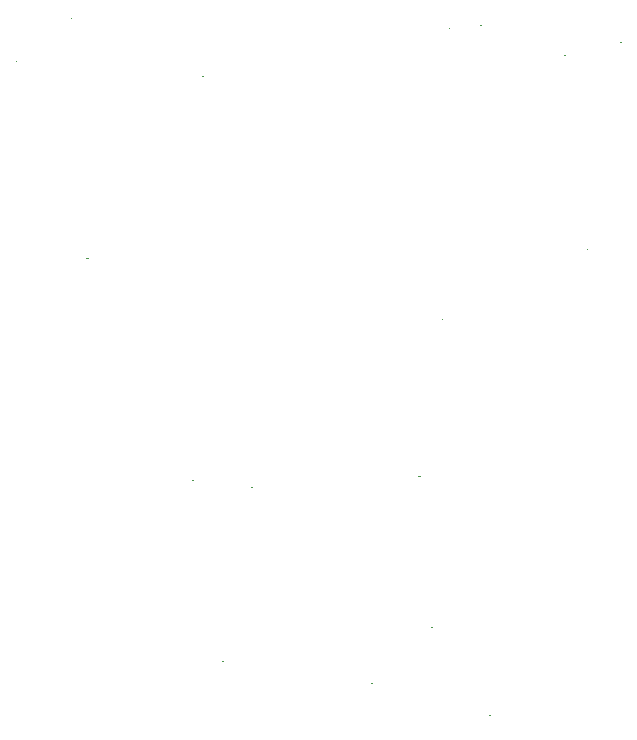
<source format=gbr>
%TF.GenerationSoftware,KiCad,Pcbnew,9.0.0*%
%TF.CreationDate,2025-07-21T17:32:05-04:00*%
%TF.ProjectId,shipwreckedpcb,73686970-7772-4656-936b-65647063622e,rev?*%
%TF.SameCoordinates,Original*%
%TF.FileFunction,Other,User*%
%FSLAX46Y46*%
G04 Gerber Fmt 4.6, Leading zero omitted, Abs format (unit mm)*
G04 Created by KiCad (PCBNEW 9.0.0) date 2025-07-21 17:32:05*
%MOMM*%
%LPD*%
G01*
G04 APERTURE LIST*
%ADD10C,0.120711*%
G04 APERTURE END LIST*
D10*
X174360355Y-65320711D02*
G75*
G02*
X174239645Y-65320711I-60355J0D01*
G01*
X174239645Y-65320711D02*
G75*
G02*
X174360355Y-65320711I60355J0D01*
G01*
X143160355Y-103050000D02*
G75*
G02*
X143039645Y-103050000I-60355J0D01*
G01*
X143039645Y-103050000D02*
G75*
G02*
X143160355Y-103050000I60355J0D01*
G01*
X159860355Y-64200000D02*
G75*
G02*
X159739645Y-64200000I-60355J0D01*
G01*
X159739645Y-64200000D02*
G75*
G02*
X159860355Y-64200000I60355J0D01*
G01*
X159260355Y-88850000D02*
G75*
G02*
X159139645Y-88850000I-60355J0D01*
G01*
X159139645Y-88850000D02*
G75*
G02*
X159260355Y-88850000I60355J0D01*
G01*
X123210355Y-67000000D02*
G75*
G02*
X123089645Y-67000000I-60355J0D01*
G01*
X123089645Y-67000000D02*
G75*
G02*
X123210355Y-67000000I60355J0D01*
G01*
X139010355Y-68200000D02*
G75*
G02*
X138889645Y-68200000I-60355J0D01*
G01*
X138889645Y-68200000D02*
G75*
G02*
X139010355Y-68200000I60355J0D01*
G01*
X171510355Y-82850000D02*
G75*
G02*
X171389645Y-82850000I-60355J0D01*
G01*
X171389645Y-82850000D02*
G75*
G02*
X171510355Y-82850000I60355J0D01*
G01*
X156760355Y-122800000D02*
G75*
G02*
X156639645Y-122800000I-60355J0D01*
G01*
X156639645Y-122800000D02*
G75*
G02*
X156760355Y-122800000I60355J0D01*
G01*
X163310355Y-122300000D02*
G75*
G02*
X163189645Y-122300000I-60355J0D01*
G01*
X163189645Y-122300000D02*
G75*
G02*
X163310355Y-122300000I60355J0D01*
G01*
X153310355Y-119600000D02*
G75*
G02*
X153189645Y-119600000I-60355J0D01*
G01*
X153189645Y-119600000D02*
G75*
G02*
X153310355Y-119600000I60355J0D01*
G01*
X159310355Y-122800000D02*
G75*
G02*
X159189645Y-122800000I-60355J0D01*
G01*
X159189645Y-122800000D02*
G75*
G02*
X159310355Y-122800000I60355J0D01*
G01*
X127860355Y-63350000D02*
G75*
G02*
X127739645Y-63350000I-60355J0D01*
G01*
X127739645Y-63350000D02*
G75*
G02*
X127860355Y-63350000I60355J0D01*
G01*
X162510355Y-63950000D02*
G75*
G02*
X162389645Y-63950000I-60355J0D01*
G01*
X162389645Y-63950000D02*
G75*
G02*
X162510355Y-63950000I60355J0D01*
G01*
X140710355Y-117800000D02*
G75*
G02*
X140589645Y-117800000I-60355J0D01*
G01*
X140589645Y-117800000D02*
G75*
G02*
X140710355Y-117800000I60355J0D01*
G01*
X138160355Y-102450000D02*
G75*
G02*
X138039645Y-102450000I-60355J0D01*
G01*
X138039645Y-102450000D02*
G75*
G02*
X138160355Y-102450000I60355J0D01*
G01*
X129210355Y-83650000D02*
G75*
G02*
X129089645Y-83650000I-60355J0D01*
G01*
X129089645Y-83650000D02*
G75*
G02*
X129210355Y-83650000I60355J0D01*
G01*
X158360355Y-114850000D02*
G75*
G02*
X158239645Y-114850000I-60355J0D01*
G01*
X158239645Y-114850000D02*
G75*
G02*
X158360355Y-114850000I60355J0D01*
G01*
X157310355Y-102100000D02*
G75*
G02*
X157189645Y-102100000I-60355J0D01*
G01*
X157189645Y-102100000D02*
G75*
G02*
X157310355Y-102100000I60355J0D01*
G01*
X169610355Y-66450000D02*
G75*
G02*
X169489645Y-66450000I-60355J0D01*
G01*
X169489645Y-66450000D02*
G75*
G02*
X169610355Y-66450000I60355J0D01*
G01*
M02*

</source>
